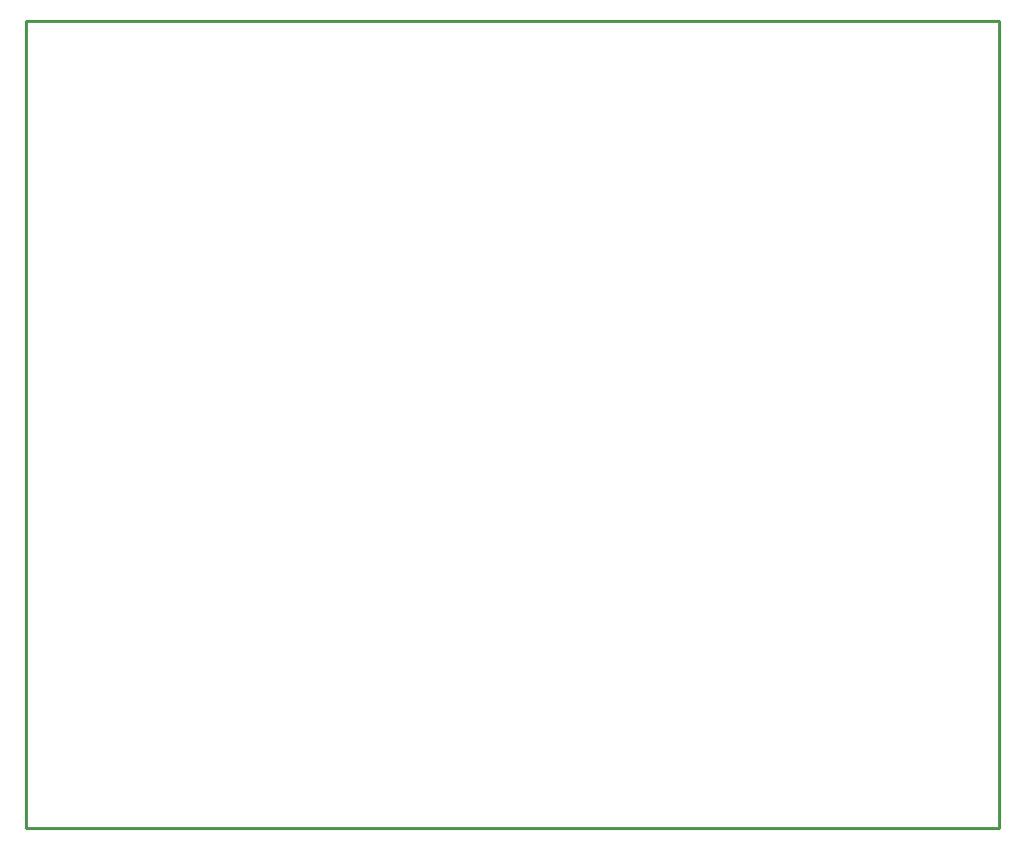
<source format=gbr>
G04 EAGLE Gerber X2 export*
%TF.Part,Single*%
%TF.FileFunction,Profile,NP*%
%TF.FilePolarity,Positive*%
%TF.GenerationSoftware,Autodesk,EAGLE,9.6.2*%
%TF.CreationDate,2020-09-28T14:28:33Z*%
G75*
%MOMM*%
%FSLAX34Y34*%
%LPD*%
%IN*%
%AMOC8*
5,1,8,0,0,1.08239X$1,22.5*%
G01*
%ADD10C,0.254000*%


D10*
X0Y0D02*
X826010Y0D01*
X826010Y685800D01*
X0Y685800D01*
X0Y0D01*
M02*

</source>
